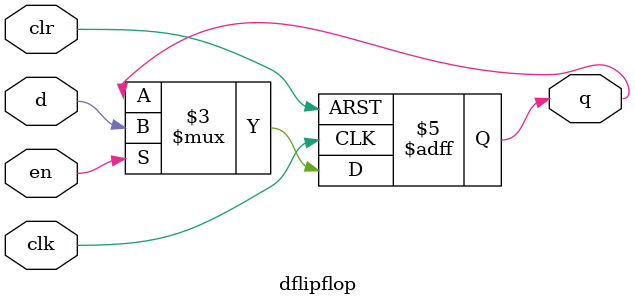
<source format=v>
module dflipflop(q, d, clk, en, clr);
   
   //Inputs
   input d, clk, en, clr;
   
   //Internal wire
   wire clr;

   //Output
   output q;
   
   //Register
   reg q;

   //Intialize q to 0
   initial
   begin
       q = 1'b0;
   end

   //Set value of q on positive edge of the clock or clear
   always @(posedge clk or posedge clr) begin
       //If clear is high, set q to 0
       if (clr) begin
           q <= 1'b0;
       //If enable is high, set q to the value of d
       end else if (en) begin
           q <= d;
       end
   end
endmodule
</source>
